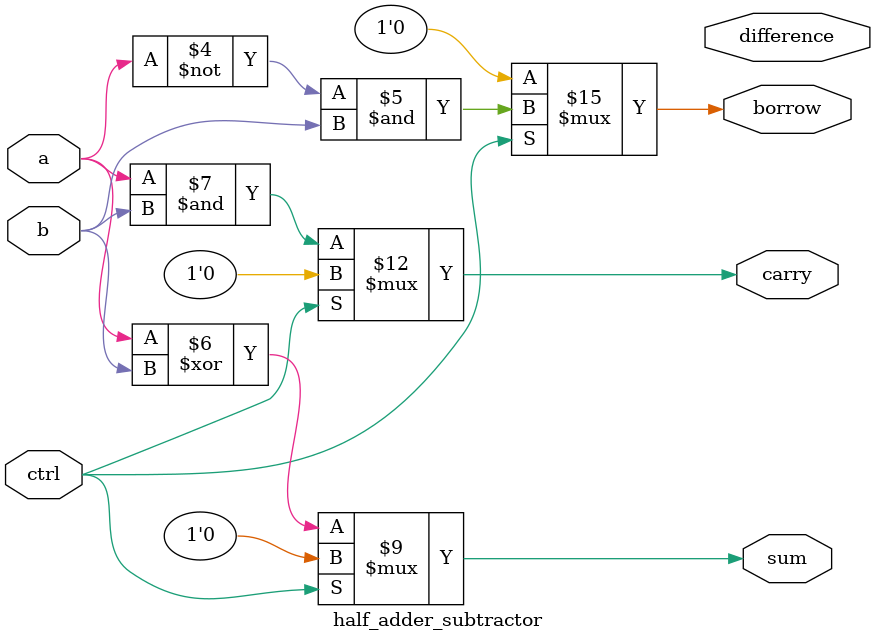
<source format=v>
`timescale 1ns / 1ps


module half_adder_subtractor(
    input a,b,
    input ctrl,
    output reg sum,carry,difference,borrow
    );
    always @(*)
 begin
   if(ctrl==1)
     begin 
       differnce=(a^b);
       borrow= ~a&b;carry=0;sum=0;
     end 
else
   begin
      sum=(a^b);
      carry=a&b;borrow=0;differnce=0;
   end
end
endmodule
</source>
